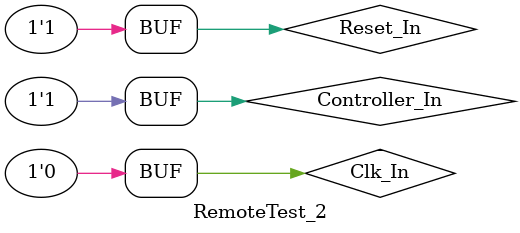
<source format=v>
`timescale 1ns / 1ps


module RemoteTest_2;

	// Inputs
	reg Clk_In;
	reg Reset_In;
	reg Controller_In;

	// Outputs
	wire Latch_Out;
	wire Clk_Out;
	wire Serial_Out;

	// Instantiate the Unit Under Test (UUT)
	Remote uut (
		.Clk_In(Clk_In), 
		.Reset_In(Reset_In), 
		.Controller_In(Controller_In), 
		.Latch_Out(Latch_Out), 
		.Clk_Out(Clk_Out), 
		.Serial_Out(Serial_Out)
	);
	always
		begin
			Clk_In = 1; #5; Clk_In = 0; #5;
		end
		
	initial begin
		Controller_In = 0;
		Reset_In = 1;
#5		Reset_In = 1;
#5		Reset_In = 0;		
#5		Reset_In = 0;
#5		Reset_In = 1;
#5		Reset_In = 1;
#30	Controller_In = 0;
#5		Controller_In = 0;
#5		Controller_In = 1;
#30	Controller_In = 0;
#10	Controller_In = 1;

	end
      
endmodule


</source>
